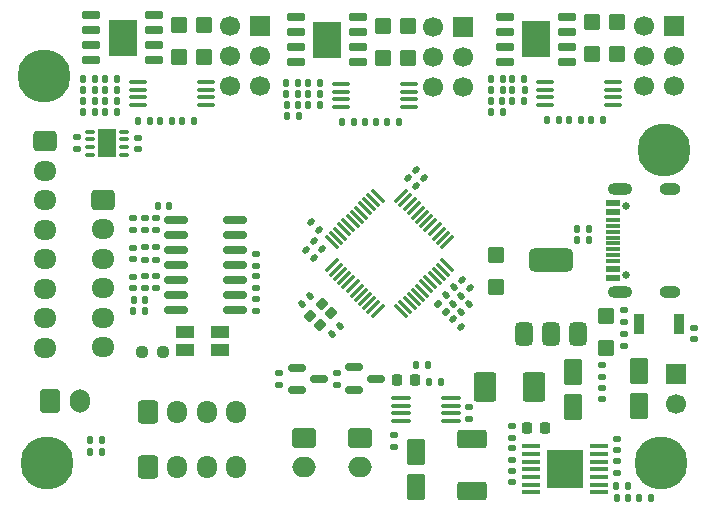
<source format=gbr>
%TF.GenerationSoftware,KiCad,Pcbnew,9.0.3*%
%TF.CreationDate,2025-08-23T19:54:00-03:00*%
%TF.ProjectId,TorqController,546f7271-436f-46e7-9472-6f6c6c65722e,rev?*%
%TF.SameCoordinates,Original*%
%TF.FileFunction,Soldermask,Top*%
%TF.FilePolarity,Negative*%
%FSLAX46Y46*%
G04 Gerber Fmt 4.6, Leading zero omitted, Abs format (unit mm)*
G04 Created by KiCad (PCBNEW 9.0.3) date 2025-08-23 19:54:00*
%MOMM*%
%LPD*%
G01*
G04 APERTURE LIST*
G04 Aperture macros list*
%AMRoundRect*
0 Rectangle with rounded corners*
0 $1 Rounding radius*
0 $2 $3 $4 $5 $6 $7 $8 $9 X,Y pos of 4 corners*
0 Add a 4 corners polygon primitive as box body*
4,1,4,$2,$3,$4,$5,$6,$7,$8,$9,$2,$3,0*
0 Add four circle primitives for the rounded corners*
1,1,$1+$1,$2,$3*
1,1,$1+$1,$4,$5*
1,1,$1+$1,$6,$7*
1,1,$1+$1,$8,$9*
0 Add four rect primitives between the rounded corners*
20,1,$1+$1,$2,$3,$4,$5,0*
20,1,$1+$1,$4,$5,$6,$7,0*
20,1,$1+$1,$6,$7,$8,$9,0*
20,1,$1+$1,$8,$9,$2,$3,0*%
G04 Aperture macros list end*
%ADD10RoundRect,0.135000X-0.185000X0.135000X-0.185000X-0.135000X0.185000X-0.135000X0.185000X0.135000X0*%
%ADD11RoundRect,0.140000X0.170000X-0.140000X0.170000X0.140000X-0.170000X0.140000X-0.170000X-0.140000X0*%
%ADD12RoundRect,0.250000X-0.550000X0.850000X-0.550000X-0.850000X0.550000X-0.850000X0.550000X0.850000X0*%
%ADD13RoundRect,0.135000X-0.135000X-0.185000X0.135000X-0.185000X0.135000X0.185000X-0.135000X0.185000X0*%
%ADD14RoundRect,0.075000X0.350000X0.075000X-0.350000X0.075000X-0.350000X-0.075000X0.350000X-0.075000X0*%
%ADD15R,1.600000X2.400000*%
%ADD16RoundRect,0.135000X0.135000X0.185000X-0.135000X0.185000X-0.135000X-0.185000X0.135000X-0.185000X0*%
%ADD17RoundRect,0.100000X0.637500X0.100000X-0.637500X0.100000X-0.637500X-0.100000X0.637500X-0.100000X0*%
%ADD18RoundRect,0.250000X0.445000X-0.457500X0.445000X0.457500X-0.445000X0.457500X-0.445000X-0.457500X0*%
%ADD19RoundRect,0.135000X0.185000X-0.135000X0.185000X0.135000X-0.185000X0.135000X-0.185000X-0.135000X0*%
%ADD20R,3.155000X3.255000*%
%ADD21RoundRect,0.100000X0.687500X0.100000X-0.687500X0.100000X-0.687500X-0.100000X0.687500X-0.100000X0*%
%ADD22RoundRect,0.140000X0.219203X0.021213X0.021213X0.219203X-0.219203X-0.021213X-0.021213X-0.219203X0*%
%ADD23RoundRect,0.140000X-0.140000X-0.170000X0.140000X-0.170000X0.140000X0.170000X-0.140000X0.170000X0*%
%ADD24RoundRect,0.140000X-0.170000X0.140000X-0.170000X-0.140000X0.170000X-0.140000X0.170000X0.140000X0*%
%ADD25RoundRect,0.150000X-0.587500X-0.150000X0.587500X-0.150000X0.587500X0.150000X-0.587500X0.150000X0*%
%ADD26RoundRect,0.225000X-0.225000X-0.250000X0.225000X-0.250000X0.225000X0.250000X-0.225000X0.250000X0*%
%ADD27RoundRect,0.100000X-0.712500X-0.100000X0.712500X-0.100000X0.712500X0.100000X-0.712500X0.100000X0*%
%ADD28RoundRect,0.140000X-0.219203X-0.021213X-0.021213X-0.219203X0.219203X0.021213X0.021213X0.219203X0*%
%ADD29RoundRect,0.250000X-0.700000X-1.000000X0.700000X-1.000000X0.700000X1.000000X-0.700000X1.000000X0*%
%ADD30C,4.500000*%
%ADD31RoundRect,0.150000X0.650000X0.150000X-0.650000X0.150000X-0.650000X-0.150000X0.650000X-0.150000X0*%
%ADD32R,2.410000X3.100000*%
%ADD33RoundRect,0.250000X-0.750000X0.600000X-0.750000X-0.600000X0.750000X-0.600000X0.750000X0.600000X0*%
%ADD34O,2.000000X1.700000*%
%ADD35RoundRect,0.140000X-0.021213X0.219203X-0.219203X0.021213X0.021213X-0.219203X0.219203X-0.021213X0*%
%ADD36R,0.900000X1.700000*%
%ADD37RoundRect,0.237500X0.250000X0.237500X-0.250000X0.237500X-0.250000X-0.237500X0.250000X-0.237500X0*%
%ADD38RoundRect,0.140000X0.140000X0.170000X-0.140000X0.170000X-0.140000X-0.170000X0.140000X-0.170000X0*%
%ADD39RoundRect,0.250000X-0.600000X-0.725000X0.600000X-0.725000X0.600000X0.725000X-0.600000X0.725000X0*%
%ADD40O,1.700000X1.950000*%
%ADD41RoundRect,0.140000X0.021213X-0.219203X0.219203X-0.021213X-0.021213X0.219203X-0.219203X0.021213X0*%
%ADD42RoundRect,0.250000X-0.725000X0.600000X-0.725000X-0.600000X0.725000X-0.600000X0.725000X0.600000X0*%
%ADD43O,1.950000X1.700000*%
%ADD44RoundRect,0.250000X0.550000X-0.850000X0.550000X0.850000X-0.550000X0.850000X-0.550000X-0.850000X0*%
%ADD45R,1.500000X1.100000*%
%ADD46RoundRect,0.250000X-0.600000X-0.750000X0.600000X-0.750000X0.600000X0.750000X-0.600000X0.750000X0*%
%ADD47O,1.700000X2.000000*%
%ADD48RoundRect,0.375000X0.375000X-0.625000X0.375000X0.625000X-0.375000X0.625000X-0.375000X-0.625000X0*%
%ADD49RoundRect,0.500000X1.400000X-0.500000X1.400000X0.500000X-1.400000X0.500000X-1.400000X-0.500000X0*%
%ADD50RoundRect,0.075000X-0.415425X-0.521491X0.521491X0.415425X0.415425X0.521491X-0.521491X-0.415425X0*%
%ADD51RoundRect,0.075000X0.415425X-0.521491X0.521491X-0.415425X-0.415425X0.521491X-0.521491X0.415425X0*%
%ADD52RoundRect,0.147500X-0.226274X-0.017678X-0.017678X-0.226274X0.226274X0.017678X0.017678X0.226274X0*%
%ADD53RoundRect,0.250000X1.000000X-0.550000X1.000000X0.550000X-1.000000X0.550000X-1.000000X-0.550000X0*%
%ADD54RoundRect,0.200000X-0.035355X-0.318198X0.318198X0.035355X0.035355X0.318198X-0.318198X-0.035355X0*%
%ADD55RoundRect,0.150000X-0.825000X-0.150000X0.825000X-0.150000X0.825000X0.150000X-0.825000X0.150000X0*%
%ADD56RoundRect,0.250000X-0.445000X0.457500X-0.445000X-0.457500X0.445000X-0.457500X0.445000X0.457500X0*%
%ADD57C,0.650000*%
%ADD58R,1.240000X0.600000*%
%ADD59R,1.240000X0.300000*%
%ADD60O,2.100000X1.000000*%
%ADD61O,1.800000X1.000000*%
%ADD62R,1.700000X1.700000*%
%ADD63C,1.700000*%
G04 APERTURE END LIST*
D10*
%TO.C,R35*%
X160200000Y-101340001D03*
X160200000Y-102359999D03*
%TD*%
D11*
%TO.C,C36*%
X169900000Y-107600000D03*
X169900000Y-106640000D03*
%TD*%
D12*
%TO.C,C42*%
X171750000Y-108050000D03*
X171750000Y-111050000D03*
%TD*%
D13*
%TO.C,R3*%
X145440000Y-77400000D03*
X146460000Y-77400000D03*
%TD*%
%TO.C,R5*%
X143580000Y-76450000D03*
X144600000Y-76450000D03*
%TD*%
D14*
%TO.C,U11*%
X147100000Y-82875000D03*
X147100000Y-82225000D03*
X147100000Y-81575000D03*
X147100000Y-80925000D03*
X144200000Y-80925000D03*
X144200000Y-81575000D03*
X144200000Y-82225000D03*
X144200000Y-82875000D03*
D15*
X145650000Y-81900000D03*
%TD*%
D16*
%TO.C,R24*%
X191659999Y-111950000D03*
X190640001Y-111950000D03*
%TD*%
D17*
%TO.C,U1*%
X188450000Y-78675000D03*
X188450000Y-78025000D03*
X188450000Y-77375000D03*
X188450000Y-76725000D03*
X182725000Y-76725000D03*
X182725000Y-77375000D03*
X182725000Y-78025000D03*
X182725000Y-78675000D03*
%TD*%
D13*
%TO.C,R13*%
X162640000Y-76800000D03*
X163660000Y-76800000D03*
%TD*%
D18*
%TO.C,C24*%
X186700000Y-74352500D03*
X186700000Y-71647500D03*
%TD*%
D19*
%TO.C,R23*%
X143050000Y-82409999D03*
X143050000Y-81390001D03*
%TD*%
D20*
%TO.C,U7*%
X184400000Y-109513409D03*
D21*
X187262500Y-111463409D03*
X187262500Y-110813409D03*
X187262500Y-110163409D03*
X187262500Y-109513409D03*
X187262500Y-108863409D03*
X187262500Y-108213409D03*
X187262500Y-107563409D03*
X181537500Y-107563409D03*
X181537500Y-108213409D03*
X181537500Y-108863409D03*
X181537500Y-109513409D03*
X181537500Y-110163409D03*
X181537500Y-110813409D03*
X181537500Y-111463409D03*
%TD*%
D13*
%TO.C,R4*%
X143590000Y-77400000D03*
X144610000Y-77400000D03*
%TD*%
D11*
%TO.C,C32*%
X188800000Y-107930000D03*
X188800000Y-106970000D03*
%TD*%
D22*
%TO.C,C7*%
X163158713Y-91645377D03*
X162479891Y-90966555D03*
%TD*%
D18*
%TO.C,C27*%
X171100000Y-74702500D03*
X171100000Y-71997500D03*
%TD*%
D23*
%TO.C,C58*%
X160820000Y-78700000D03*
X161780000Y-78700000D03*
%TD*%
D16*
%TO.C,R87*%
X149260000Y-80000000D03*
X148240000Y-80000000D03*
%TD*%
D13*
%TO.C,R31*%
X179940000Y-78350000D03*
X180960000Y-78350000D03*
%TD*%
%TO.C,R9*%
X179950000Y-77400000D03*
X180970000Y-77400000D03*
%TD*%
%TO.C,R20*%
X171780000Y-100700000D03*
X172800000Y-100700000D03*
%TD*%
%TO.C,R2*%
X145430000Y-76450000D03*
X146450000Y-76450000D03*
%TD*%
%TO.C,R12*%
X162640000Y-77750000D03*
X163660000Y-77750000D03*
%TD*%
D23*
%TO.C,C30*%
X167450000Y-80150000D03*
X168410000Y-80150000D03*
%TD*%
D10*
%TO.C,R37*%
X148800000Y-93190000D03*
X148800000Y-94210000D03*
%TD*%
D23*
%TO.C,C52*%
X144220000Y-108050000D03*
X145180000Y-108050000D03*
%TD*%
D24*
%TO.C,C41*%
X176300000Y-104270000D03*
X176300000Y-105230000D03*
%TD*%
D25*
%TO.C,Q1*%
X166512500Y-100900000D03*
X166512500Y-102800000D03*
X168387501Y-101850000D03*
%TD*%
D26*
%TO.C,C39*%
X170150000Y-101950000D03*
X171700000Y-101950000D03*
%TD*%
D22*
%TO.C,C2*%
X163569302Y-89300000D03*
X162890480Y-88621178D03*
%TD*%
D27*
%TO.C,U8*%
X170537500Y-103475000D03*
X170537500Y-104125000D03*
X170537500Y-104775000D03*
X170537500Y-105425000D03*
X174762500Y-105425000D03*
X174762500Y-104775000D03*
X174762500Y-104125000D03*
X174762500Y-103475000D03*
%TD*%
D11*
%TO.C,C49*%
X147850000Y-89230000D03*
X147850000Y-88270000D03*
%TD*%
D13*
%TO.C,R19*%
X172890000Y-102150000D03*
X173910000Y-102150000D03*
%TD*%
D28*
%TO.C,C3*%
X175640480Y-93477144D03*
X176319302Y-94155966D03*
%TD*%
D23*
%TO.C,C8*%
X186620000Y-79950000D03*
X187580000Y-79950000D03*
%TD*%
D29*
%TO.C,L2*%
X177650000Y-102550000D03*
X181750000Y-102550000D03*
%TD*%
D23*
%TO.C,C56*%
X143610000Y-78350000D03*
X144570000Y-78350000D03*
%TD*%
%TO.C,C57*%
X178120000Y-78350000D03*
X179080000Y-78350000D03*
%TD*%
D30*
%TO.C,*%
X192500000Y-109000000D03*
%TD*%
D19*
%TO.C,R49*%
X158200000Y-94209999D03*
X158200000Y-93190001D03*
%TD*%
D17*
%TO.C,U9*%
X153962500Y-78675000D03*
X153962500Y-78025000D03*
X153962500Y-77375000D03*
X153962500Y-76725000D03*
X148237500Y-76725000D03*
X148237500Y-77375000D03*
X148237500Y-78025000D03*
X148237500Y-78675000D03*
%TD*%
D19*
%TO.C,R45*%
X149750000Y-94209999D03*
X149750000Y-93190001D03*
%TD*%
D23*
%TO.C,C29*%
X169350000Y-80150000D03*
X170310000Y-80150000D03*
%TD*%
D19*
%TO.C,R50*%
X149750000Y-91759999D03*
X149750000Y-90740001D03*
%TD*%
D28*
%TO.C,C4*%
X171090480Y-84827144D03*
X171769302Y-85505966D03*
%TD*%
D11*
%TO.C,C45*%
X187550000Y-101680000D03*
X187550000Y-100720000D03*
%TD*%
D16*
%TO.C,R26*%
X145209999Y-107050000D03*
X144190001Y-107050000D03*
%TD*%
D30*
%TO.C,*%
X192750000Y-82500000D03*
%TD*%
D31*
%TO.C,U4*%
X166900000Y-75055000D03*
X166900000Y-73785000D03*
X166900000Y-72515000D03*
X166900000Y-71245000D03*
X161600000Y-71245000D03*
X161600000Y-72515000D03*
X161600000Y-73785000D03*
X161600000Y-75055000D03*
D32*
X164250000Y-73150000D03*
%TD*%
D19*
%TO.C,R1*%
X189400000Y-97059999D03*
X189400000Y-96040001D03*
%TD*%
D30*
%TO.C,H4*%
X140500000Y-109000000D03*
%TD*%
D13*
%TO.C,R6*%
X178090000Y-76450000D03*
X179110000Y-76450000D03*
%TD*%
D19*
%TO.C,R46*%
X158200000Y-92309999D03*
X158200000Y-91290001D03*
%TD*%
D28*
%TO.C,C9*%
X174940480Y-96827144D03*
X175619302Y-97505966D03*
%TD*%
D19*
%TO.C,R17*%
X179950000Y-108760000D03*
X179950000Y-107740000D03*
%TD*%
D33*
%TO.C,J10*%
X162300000Y-106850000D03*
D34*
X162300000Y-109350000D03*
%TD*%
D35*
%TO.C,C14*%
X162789411Y-94810589D03*
X162110589Y-95489411D03*
%TD*%
D25*
%TO.C,Q2*%
X161674999Y-100950000D03*
X161674999Y-102850000D03*
X163550000Y-101900000D03*
%TD*%
D16*
%TO.C,R22*%
X186450000Y-90150000D03*
X185430002Y-90150000D03*
%TD*%
%TO.C,R15*%
X166570000Y-80150000D03*
X165550000Y-80150000D03*
%TD*%
D36*
%TO.C,SW1*%
X190649999Y-97250000D03*
X194050001Y-97250000D03*
%TD*%
D23*
%TO.C,C1*%
X151990000Y-80000000D03*
X152950000Y-80000000D03*
%TD*%
D33*
%TO.C,J9*%
X167000000Y-106850000D03*
D34*
X167000000Y-109350000D03*
%TD*%
D24*
%TO.C,C50*%
X148250000Y-81470000D03*
X148250000Y-82430000D03*
%TD*%
D18*
%TO.C,C22*%
X153800000Y-74652500D03*
X153800000Y-71947500D03*
%TD*%
D26*
%TO.C,C33*%
X181175000Y-106000000D03*
X182725000Y-106000000D03*
%TD*%
D37*
%TO.C,R58*%
X150400000Y-99600000D03*
X148575000Y-99600000D03*
%TD*%
D13*
%TO.C,R11*%
X160740000Y-76800000D03*
X161760000Y-76800000D03*
%TD*%
D11*
%TO.C,C13*%
X195300000Y-98480000D03*
X195300000Y-97520000D03*
%TD*%
D35*
%TO.C,C15*%
X165369302Y-97377144D03*
X164690480Y-98055966D03*
%TD*%
D10*
%TO.C,R34*%
X165050000Y-101380002D03*
X165050000Y-102400000D03*
%TD*%
D23*
%TO.C,C54*%
X147870000Y-95150000D03*
X148830000Y-95150000D03*
%TD*%
D10*
%TO.C,R47*%
X158200000Y-95090001D03*
X158200000Y-96109999D03*
%TD*%
%TO.C,R38*%
X148800000Y-90740000D03*
X148800000Y-91760000D03*
%TD*%
D38*
%TO.C,C47*%
X150900000Y-87250000D03*
X149940000Y-87250000D03*
%TD*%
D13*
%TO.C,R10*%
X160740000Y-77750000D03*
X161760000Y-77750000D03*
%TD*%
D39*
%TO.C,J3*%
X149050000Y-109350000D03*
D40*
X151550000Y-109350000D03*
X154050000Y-109350000D03*
X156550000Y-109350000D03*
%TD*%
D11*
%TO.C,C37*%
X187550000Y-103580000D03*
X187550000Y-102620000D03*
%TD*%
D41*
%TO.C,C12*%
X174940480Y-95505966D03*
X175619302Y-94827144D03*
%TD*%
D42*
%TO.C,J4*%
X140400000Y-81750000D03*
D43*
X140400000Y-84250000D03*
X140400000Y-86750000D03*
X140400000Y-89250000D03*
X140400000Y-91750000D03*
X140400000Y-94250000D03*
X140400000Y-96750000D03*
X140400000Y-99250000D03*
%TD*%
D23*
%TO.C,C28*%
X184770000Y-79950000D03*
X185730000Y-79950000D03*
%TD*%
D30*
%TO.C,*%
X192750000Y-82500000D03*
%TD*%
D41*
%TO.C,C10*%
X175601069Y-96195377D03*
X176279891Y-95516555D03*
%TD*%
D44*
%TO.C,C16*%
X190650000Y-104200000D03*
X190650000Y-101200000D03*
%TD*%
D42*
%TO.C,J5*%
X145250000Y-86700000D03*
D43*
X145250000Y-89200000D03*
X145250000Y-91700000D03*
X145250000Y-94200000D03*
X145250000Y-96700000D03*
X145250000Y-99200000D03*
%TD*%
D24*
%TO.C,C46*%
X189400000Y-98090000D03*
X189400000Y-99050000D03*
%TD*%
D10*
%TO.C,R39*%
X148800000Y-88230000D03*
X148800000Y-89250000D03*
%TD*%
D13*
%TO.C,R7*%
X178100000Y-77400000D03*
X179120000Y-77400000D03*
%TD*%
D19*
%TO.C,R16*%
X188800000Y-109873409D03*
X188800000Y-108853409D03*
%TD*%
D45*
%TO.C,D1*%
X152200000Y-97900000D03*
X155200000Y-97900000D03*
X155200000Y-99400000D03*
X152200000Y-99400000D03*
%TD*%
D16*
%TO.C,R14*%
X183910000Y-79950000D03*
X182890000Y-79950000D03*
%TD*%
D28*
%TO.C,C6*%
X171740480Y-84177144D03*
X172419302Y-84855966D03*
%TD*%
D46*
%TO.C,J1*%
X140800000Y-103750000D03*
D47*
X143300000Y-103750000D03*
%TD*%
D16*
%TO.C,R25*%
X189759999Y-110950000D03*
X188740001Y-110950000D03*
%TD*%
D48*
%TO.C,U10*%
X180900000Y-98100000D03*
X183200000Y-98099999D03*
D49*
X183200000Y-91800001D03*
D48*
X185500000Y-98100000D03*
%TD*%
D13*
%TO.C,R30*%
X178090000Y-79300000D03*
X179110000Y-79300000D03*
%TD*%
D17*
%TO.C,U6*%
X171162500Y-78850000D03*
X171162500Y-78200000D03*
X171162500Y-77550000D03*
X171162500Y-76900000D03*
X165437500Y-76900000D03*
X165437500Y-77550000D03*
X165437500Y-78200000D03*
X165437500Y-78850000D03*
%TD*%
D30*
%TO.C,H2*%
X140250000Y-76250000D03*
%TD*%
D16*
%TO.C,R21*%
X186459999Y-89150000D03*
X185440001Y-89150000D03*
%TD*%
D31*
%TO.C,U3*%
X184595000Y-75005000D03*
X184595000Y-73735000D03*
X184595000Y-72465000D03*
X184595000Y-71195000D03*
X179295000Y-71195000D03*
X179295000Y-72465000D03*
X179295000Y-73735000D03*
X179295000Y-75005000D03*
D32*
X181945000Y-73100000D03*
%TD*%
D18*
%TO.C,C26*%
X169000000Y-74702500D03*
X169000000Y-71997500D03*
%TD*%
D12*
%TO.C,C38*%
X185050000Y-101250000D03*
X185050000Y-104250000D03*
%TD*%
D38*
%TO.C,C55*%
X189740000Y-111950000D03*
X188780000Y-111950000D03*
%TD*%
D24*
%TO.C,C35*%
X179950000Y-109670000D03*
X179950000Y-110630000D03*
%TD*%
D11*
%TO.C,C51*%
X147850000Y-91730000D03*
X147850000Y-90770000D03*
%TD*%
D50*
%TO.C,U5*%
X164642015Y-92265343D03*
X164995569Y-92618897D03*
X165349122Y-92972450D03*
X165702676Y-93326004D03*
X166056229Y-93679557D03*
X166409782Y-94033110D03*
X166763336Y-94386664D03*
X167116889Y-94740217D03*
X167470442Y-95093770D03*
X167823996Y-95447324D03*
X168177549Y-95800877D03*
X168531103Y-96154431D03*
D51*
X170528679Y-96154431D03*
X170882233Y-95800877D03*
X171235786Y-95447324D03*
X171589340Y-95093770D03*
X171942893Y-94740217D03*
X172296446Y-94386664D03*
X172650000Y-94033110D03*
X173003553Y-93679557D03*
X173357106Y-93326004D03*
X173710660Y-92972450D03*
X174064213Y-92618897D03*
X174417767Y-92265343D03*
D50*
X174417767Y-90267767D03*
X174064213Y-89914213D03*
X173710660Y-89560660D03*
X173357106Y-89207106D03*
X173003553Y-88853553D03*
X172650000Y-88500000D03*
X172296446Y-88146446D03*
X171942893Y-87792893D03*
X171589340Y-87439340D03*
X171235786Y-87085786D03*
X170882233Y-86732233D03*
X170528679Y-86378679D03*
D51*
X168531103Y-86378679D03*
X168177549Y-86732233D03*
X167823996Y-87085786D03*
X167470442Y-87439340D03*
X167116889Y-87792893D03*
X166763336Y-88146446D03*
X166409782Y-88500000D03*
X166056229Y-88853553D03*
X165702676Y-89207106D03*
X165349122Y-89560660D03*
X164995569Y-89914213D03*
X164642015Y-90267767D03*
%TD*%
D13*
%TO.C,R8*%
X179940000Y-76450000D03*
X180960000Y-76450000D03*
%TD*%
D18*
%TO.C,C23*%
X151700000Y-74652500D03*
X151700000Y-71947500D03*
%TD*%
%TO.C,C25*%
X188800000Y-74352500D03*
X188800000Y-71647500D03*
%TD*%
D31*
%TO.C,U2*%
X149595000Y-74905000D03*
X149595000Y-73635000D03*
X149595000Y-72365000D03*
X149595000Y-71095000D03*
X144295000Y-71095000D03*
X144295000Y-72365000D03*
X144295000Y-73635000D03*
X144295000Y-74905000D03*
D32*
X146945000Y-73000000D03*
%TD*%
D52*
%TO.C,FB1*%
X173636944Y-95523608D03*
X174322838Y-96209502D03*
%TD*%
D41*
%TO.C,C11*%
X174290480Y-94805966D03*
X174969302Y-94127144D03*
%TD*%
D13*
%TO.C,R28*%
X143580000Y-79300000D03*
X144600000Y-79300000D03*
%TD*%
D53*
%TO.C,L1*%
X176550000Y-111350000D03*
X176550000Y-106950000D03*
%TD*%
D22*
%TO.C,C5*%
X163819302Y-90905966D03*
X163140480Y-90227144D03*
%TD*%
D54*
%TO.C,Y1*%
X163623825Y-97300438D03*
X164613774Y-96310489D03*
X163835957Y-95532672D03*
X162846008Y-96522621D03*
%TD*%
D23*
%TO.C,C34*%
X150140000Y-80000000D03*
X151100000Y-80000000D03*
%TD*%
D11*
%TO.C,C53*%
X147850000Y-94180000D03*
X147850000Y-93220000D03*
%TD*%
D55*
%TO.C,U13*%
X151500000Y-88380000D03*
X151500000Y-89650000D03*
X151500000Y-90920000D03*
X151500000Y-92190000D03*
X151500000Y-93460000D03*
X151500000Y-94730000D03*
X151500000Y-96000000D03*
X156450000Y-96000000D03*
X156450000Y-94730000D03*
X156450000Y-93460000D03*
X156450000Y-92190000D03*
X156450000Y-90920000D03*
X156450000Y-89650000D03*
X156450000Y-88380000D03*
%TD*%
D56*
%TO.C,C44*%
X178550000Y-91397500D03*
X178550000Y-94102500D03*
%TD*%
D13*
%TO.C,R33*%
X162640000Y-78700000D03*
X163660000Y-78700000D03*
%TD*%
%TO.C,R32*%
X160840000Y-79650000D03*
X161860000Y-79650000D03*
%TD*%
D56*
%TO.C,C43*%
X187850000Y-96547500D03*
X187850000Y-99252500D03*
%TD*%
D13*
%TO.C,R29*%
X145430000Y-78350000D03*
X146450000Y-78350000D03*
%TD*%
D23*
%TO.C,C48*%
X145490000Y-79300000D03*
X146450000Y-79300000D03*
%TD*%
D19*
%TO.C,R48*%
X149750000Y-89259999D03*
X149750000Y-88240001D03*
%TD*%
D39*
%TO.C,J2*%
X149050000Y-104700000D03*
D40*
X151550000Y-104700000D03*
X154050000Y-104700000D03*
X156550000Y-104700000D03*
%TD*%
D19*
%TO.C,R18*%
X179950000Y-106860000D03*
X179950000Y-105840000D03*
%TD*%
D57*
%TO.C,P1*%
X189595000Y-93040000D03*
X189595000Y-87260000D03*
D58*
X188475000Y-93350000D03*
X188475000Y-92550000D03*
D59*
X188475000Y-91400000D03*
X188475000Y-90400000D03*
X188475000Y-89900000D03*
X188475000Y-88900000D03*
D58*
X188475000Y-87750000D03*
X188475000Y-86950000D03*
X188475000Y-86950000D03*
X188475000Y-87750000D03*
D59*
X188475000Y-88400000D03*
X188475000Y-89400000D03*
X188475000Y-90900000D03*
X188475000Y-91900000D03*
D58*
X188475000Y-92550000D03*
X188475000Y-93350000D03*
D60*
X189075000Y-94470000D03*
D61*
X193275000Y-94470000D03*
D60*
X189075000Y-85830000D03*
D61*
X193275000Y-85830000D03*
%TD*%
D16*
%TO.C,R27*%
X148859999Y-96150000D03*
X147840001Y-96150000D03*
%TD*%
D62*
%TO.C,J12*%
X158550000Y-72000000D03*
D63*
X156010000Y-72000000D03*
X158550000Y-74540000D03*
X156010000Y-74540000D03*
X158550000Y-77080000D03*
X156010000Y-77080000D03*
%TD*%
D62*
%TO.C,J8*%
X193800000Y-101460000D03*
D63*
X193800000Y-104000000D03*
%TD*%
D62*
%TO.C,J7*%
X175775000Y-72040000D03*
D63*
X173235000Y-72040000D03*
X175775000Y-74580000D03*
X173235000Y-74580000D03*
X175775000Y-77120000D03*
X173235000Y-77120000D03*
%TD*%
D62*
%TO.C,J6*%
X193610000Y-72000000D03*
D63*
X191070000Y-72000000D03*
X193610000Y-74540000D03*
X191070000Y-74540000D03*
X193610000Y-77080000D03*
X191070000Y-77080000D03*
%TD*%
M02*

</source>
